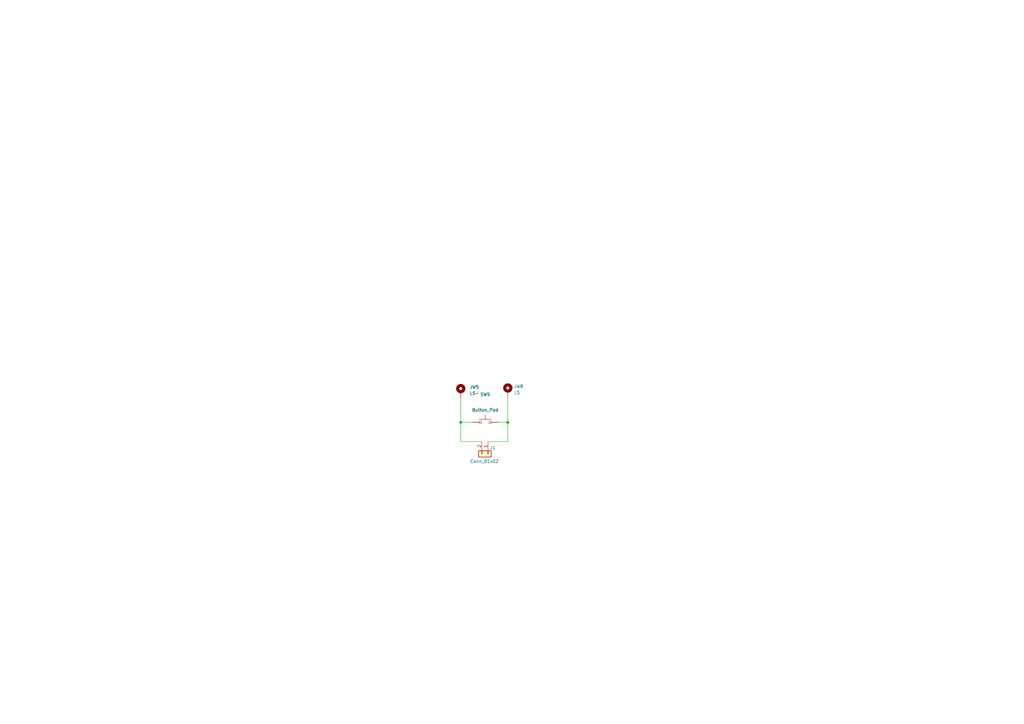
<source format=kicad_sch>
(kicad_sch (version 20230121) (generator eeschema)
  (paper "A3")
  (title_block (title "Nintendo OEM SNES controller replacement PCB") (date "2022-10-21") (rev "3") (comment 1 "http://creativecommons.org/licenses/by-sa/4.0") (comment 2 "Attribution-ShareAlike v4.0 license.") (comment 3 "This document describes Open Hardware and is licensed under the Creative Commons") (comment 4 "(c) 2022 Bob Taylor"))
  (lib_symbols
    (symbol "Connector_Generic:Conn_01x02" (pin_names (offset 1.016) hide)
      (property "Reference" "J" (at 0 2.54 0))
      (property "Value" "Conn_01x02" (at 0 -5.08 0))
      (symbol "Conn_01x02_1_1"
        (rectangle (start -1.27 -2.413) (end 0 -2.667) (stroke (width 0.1524)))
        (rectangle (start -1.27 0.127) (end 0 -0.127) (stroke (width 0.1524)))
        (rectangle (start -1.27 1.27) (end 1.27 -3.81) (stroke (width 0.254)) (fill (type background)))
        (pin passive line (at -5.08 0 0) (length 3.81) (name "Pin_1") (number "1"))
        (pin passive line (at -5.08 -2.54 0) (length 3.81) (name "Pin_2") (number "2"))
      )
    )
    (symbol "Mechanical:MountingHole_Pad" (pin_numbers hide) (pin_names (offset 1.016) hide)
      (property "Reference" "H" (at 0 6.35 0))
      (property "Value" "MountingHole_Pad" (at 0 4.445 0))
      (symbol "MountingHole_Pad_0_1"
        (circle (center 0 1.27) (radius 1.27) (stroke (width 1.27)))
      )
      (symbol "MountingHole_Pad_1_1"
        (pin input line (at 0 -2.54 90) (length 2.54) (name "1") (number "1"))
      )
    )
    (symbol "Switch:SW_Push" (pin_numbers hide) (pin_names (offset 1.016) hide)
      (property "Reference" "SW" (at 1.27 2.54 0))
      (property "Value" "SW_Push" (at 0 -1.524 0))
      (symbol "SW_Push_0_1"
        (circle (center -2.032 0) (radius 0.508))
        (polyline (pts (xy 0 1.27) (xy 0 3.048)))
        (polyline (pts (xy 2.54 1.27) (xy -2.54 1.27)))
        (circle (center 2.032 0) (radius 0.508))
        (pin passive line (at -5.08 0 0) (length 2.54) (name "1") (number "1"))
        (pin passive line (at 5.08 0 180) (length 2.54) (name "2") (number "2"))
      )
    )
  )
  (junction (at 188.976 173.228))
  (junction (at 208.28 173.228))
  (wire (pts (xy 197.612 181.102) (xy 188.976 181.102)))
  (wire (pts (xy 208.28 162.941) (xy 208.28 173.228)))
  (wire (pts (xy 208.28 173.228) (xy 208.28 181.102)))
  (wire (pts (xy 188.976 173.228) (xy 188.976 181.102)))
  (wire (pts (xy 188.976 163.195) (xy 188.976 173.228)))
  (wire (pts (xy 200.152 181.102) (xy 208.28 181.102)))
  (wire (pts (xy 204.089 173.228) (xy 208.28 173.228)))
  (wire (pts (xy 188.976 173.228) (xy 193.929 173.228)))
  (text "https://gp2040-ce.info/#/gp2040-shortcuts\nSelect + Start + Up = HOME\nSelect + Start + Up + Plug in USB = Boot Select Mode\nStart + Plug in USB = Webconfig mode\nB + Plug in USB = Nintendo Switch\nA + Plug in USB = Xinput\nY + Plug in USB = DirectInput/PS3\nSelect + Start + Down = D-Pad mode\nSelect + Start + Left = Left analog stick\nSelect + Start + Right = Right analog stick\nLeft + Select = Turbo\nLeft + Select + Up = Turbo rate increase\nLeft + Select + Down= Turbo rate decrease" (at 16.764 362.712 0) (effects (font (size 3 3)) (justify left bottom)))
  (symbol (lib_id "Mechanical:MountingHole_Pad") (at 208.28 160.401 0) (unit 1) (in_bom no)
    (property "Reference" "JW8" (at 210.82 158.496 0) (effects (justify left)))
    (property "Value" "LS" (at 210.82 161.036 0) (effects (justify left)))
    (property "Footprint" "MountingHole:MountingHole_1.2mm_Pad" (effects hide))
  )
  (symbol (lib_id "Connector_Generic:Conn_01x02") (at 200.152 186.182 270) (unit 1)
    (property "Reference" "J1" (at 200.914 183.642 90) (effects (justify left)))
    (property "Value" "Conn_01x02" (at 192.786 189.23 90) (effects (justify left)))
    (property "Footprint" "Connector_JST:JST_PH_B2B-PH-K_1x02_P2.00mm_Vertical" (effects hide))
    (property "LCSC Part" "C7433692" (effects hide))
  )
  (symbol (lib_id "Switch:SW_Push") (at 199.009 173.228 0) (unit 1) (in_bom no)
    (property "Reference" "SW9" (at 199.009 161.798 0))
    (property "Value" "Button_Pad" (at 199.009 168.148 0))
    (property "Footprint" "VideoGames:BTN_Controller_5mm_0.3_0.3" (effects hide))
  )
  (symbol (lib_id "Mechanical:MountingHole_Pad") (at 188.976 160.655 0) (unit 1) (in_bom no)
    (property "Reference" "JW5" (at 192.659 158.75 0) (effects (justify left)))
    (property "Value" "LS-" (at 192.659 161.29 0) (effects (justify left)))
    (property "Footprint" "MountingHole:MountingHole_1.2mm_Pad" (effects hide))
  )
)
</source>
